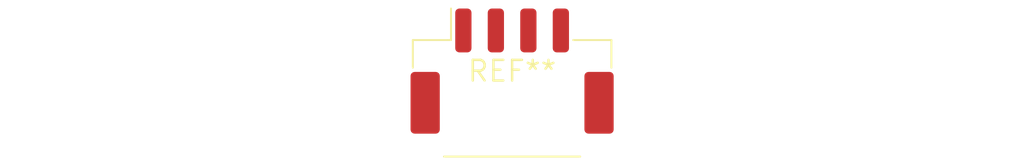
<source format=kicad_pcb>
(kicad_pcb (version 20240108) (generator pcbnew)
  (layers (0 "F.Cu" signal) (31 "B.Cu" signal) (34 "B.Paste" user) (35 "F.Paste" user) (36 "B.SilkS" user "B.Silkscreen") (37 "F.SilkS" user "F.Silkscreen") (38 "B.Mask" user) (39 "F.Mask" user) (44 "Edge.Cuts" user))
  (net 0 "")
  (footprint "Molex_CLIK-Mate_502494-0470_1x04-1MP_P2.00mm_Horizontal" (layer "F.Cu") (at 0 0)
    (property "Reference" "REF**")
    (property "Value" "Molex_CLIK-Mate_502494-0470_1x04-1MP_P2.00mm_Horizontal")
    (fp_line (start -6.11 -1.91) (end -3.76 -1.91) (layer "F.SilkS") (stroke (width 0.12)))
    (fp_line (start -6.11 -0.21) (end -6.11 -1.91) (layer "F.SilkS") (stroke (width 0.12)))
    (fp_line (start -4.19 5.26) (end 4.19 5.26) (layer "F.SilkS") (stroke (width 0.12)))
    (fp_line (start -3.76 -1.91) (end -3.76 -3.85) (layer "F.SilkS") (stroke (width 0.12)))
    (fp_line (start 6.11 -1.91) (end 3.76 -1.91) (layer "F.SilkS") (stroke (width 0.12)))
    (fp_line (start 6.11 -0.21) (end 6.11 -1.91) (layer "F.SilkS") (stroke (width 0.12)))
    (pad "1" smd roundrect (at -3 -2.5) (size 1 2.7) (layers "F.Cu" "F.Paste" "F.Mask"))
    (pad "2" smd roundrect (at -1 -2.5) (size 1 2.7) (layers "F.Cu" "F.Paste" "F.Mask"))
    (pad "3" smd roundrect (at 1 -2.5) (size 1 2.7) (layers "F.Cu" "F.Paste" "F.Mask"))
    (pad "4" smd roundrect (at 3 -2.5) (size 1 2.7) (layers "F.Cu" "F.Paste" "F.Mask"))
    (pad "MP" smd roundrect (at -5.35 1.95) (size 1.8 3.8) (layers "F.Cu" "F.Paste" "F.Mask") (roundrect_rratio 0.138889))
    (pad "MP" smd roundrect (at 5.35 1.95) (size 1.8 3.8) (layers "F.Cu" "F.Paste" "F.Mask") (roundrect_rratio 0.138889))
  )
)
</source>
